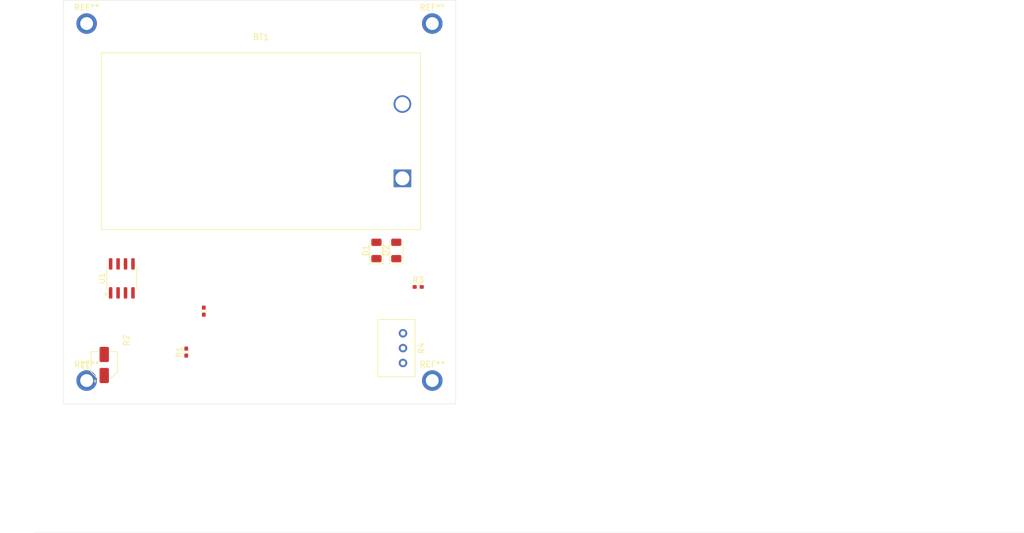
<source format=kicad_pcb>
(kicad_pcb (version 20241229) (generator "pcbnew") (generator_version "9.0")
  (layers (0 "F.Cu" signal) (2 "B.Cu" signal) (13 "F.Paste" user) (15 "B.Paste" user) (5 "F.SilkS" user "F.Silkscreen") (7 "B.SilkS" user "B.Silkscreen") (1 "F.Mask" user) (3 "B.Mask" user) (25 "Edge.Cuts" user))
  (net 0 "")
  (net 1 "Net-(BT1-+)")
  (net 2 "Net-(D1-A)")
  (net 3 "Net-(U1-DIS)")
  (net 4 "GND")
  (net 5 "Net-(D2-K)")
  (net 6 "Net-(D1-K)")
  (net 9 "Net-(BT1--)")
  (footprint "MountingHole:MountingHole_2.2mm_M2_ISO7380_Pad" (layer "F.Cu") (at 127 95)
    (property "Reference" "REF**" (at 0 -2.75 0) (layer "F.SilkS"))
    (property "Value" "MountingHole_2.2mm_M2_ISO7380_Pad")
    (pad "1" thru_hole circle (at 0 0) (size 3.5 3.5) (drill 2.2) (layers "*.Cu" "*.Mask"))
  )
  (footprint "MountingHole:MountingHole_2.2mm_M2_ISO7380_Pad" (layer "F.Cu") (at 68 95)
    (property "Reference" "REF**" (at 0 -2.75 0) (layer "F.SilkS"))
    (property "Value" "MountingHole_2.2mm_M2_ISO7380_Pad")
    (pad "1" thru_hole circle (at 0 0) (size 3.5 3.5) (drill 2.2) (layers "*.Cu" "*.Mask"))
  )
  (footprint "Capacitor_SMD:CP_Elec_4x4.5" (layer "F.Cu") (at 71 92.34 90)
    (property "Reference" "C1" (at 0 -3.2 90) (layer "F.SilkS"))
    (property "Value" "C")
    (fp_line (start 2.26 -2.26) (end 2.26 -1.06) (stroke (width 0.12)) (layer "F.SilkS"))
    (fp_line (start -1.195563 -2.26) (end 2.26 -2.26) (stroke (width 0.12)) (layer "F.SilkS"))
    (fp_line (start -2.75 -1.81) (end -2.75 -1.31) (stroke (width 0.12)) (layer "F.SilkS"))
    (fp_line (start -3 -1.56) (end -2.5 -1.56) (stroke (width 0.12)) (layer "F.SilkS"))
    (fp_line (start -2.26 -1.195563) (end -1.195563 -2.26) (stroke (width 0.12)) (layer "F.SilkS"))
    (fp_line (start -2.26 -1.195563) (end -2.26 -1.06) (stroke (width 0.12)) (layer "F.SilkS"))
    (fp_line (start -2.26 1.195563) (end -2.26 1.06) (stroke (width 0.12)) (layer "F.SilkS"))
    (fp_line (start -2.26 1.195563) (end -1.195563 2.26) (stroke (width 0.12)) (layer "F.SilkS"))
    (fp_line (start 2.26 2.26) (end 2.26 1.06) (stroke (width 0.12)) (layer "F.SilkS"))
    (fp_line (start -1.195563 2.26) (end 2.26 2.26) (stroke (width 0.12)) (layer "F.SilkS"))
    (pad "1" smd roundrect (at -1.8 0 90) (size 2.6 1.6) (layers "F.Cu" "F.Mask" "F.Paste") (roundrect_rratio 0.15625) (net 9 "Net-(BT1--)"))
    (pad "2" smd roundrect (at 1.8 0 90) (size 2.6 1.6) (layers "F.Cu" "F.Mask" "F.Paste") (roundrect_rratio 0.15625) (net 4 "GND"))
  )
  (footprint "MountingHole:MountingHole_2.2mm_M2_ISO7380_Pad" (layer "F.Cu") (at 127 34)
    (property "Reference" "REF**" (at 0 -2.75 0) (layer "F.SilkS"))
    (property "Value" "MountingHole_2.2mm_M2_ISO7380_Pad")
    (pad "1" thru_hole circle (at 0 0) (size 3.5 3.5) (drill 2.2) (layers "*.Cu" "*.Mask"))
  )
  (footprint "Resistor_SMD:R_0402_1005Metric_Pad0.72x0.64mm_HandSolder" (layer "F.Cu") (at 88 83.1375 90)
    (property "Reference" "R2" (at -5 -13.18 90) (layer "F.SilkS"))
    (property "Value" "R")
    (fp_line (start -0.167621 -0.38) (end 0.167621 -0.38) (stroke (width 0.12)) (layer "F.SilkS"))
    (fp_line (start -0.167621 0.38) (end 0.167621 0.38) (stroke (width 0.12)) (layer "F.SilkS"))
    (pad "1" smd roundrect (at -0.5975 0 90) (size 0.715 0.64) (layers "F.Cu" "F.Mask" "F.Paste") (net 1 "Net-(BT1-+)"))
    (pad "2" smd roundrect (at 0.5975 0 90) (size 0.715 0.64) (layers "F.Cu" "F.Mask" "F.Paste") (net 3 "Net-(U1-DIS)"))
  )
  (footprint "Resistor_SMD:R_0402_1005Metric_Pad0.72x0.64mm_HandSolder" (layer "F.Cu") (at 124.5975 79)
    (property "Reference" "R3" (at 0 -1.17 0) (layer "F.SilkS"))
    (property "Value" "R")
    (fp_line (start -0.167621 -0.38) (end 0.167621 -0.38) (stroke (width 0.12)) (layer "F.SilkS"))
    (fp_line (start -0.167621 0.38) (end 0.167621 0.38) (stroke (width 0.12)) (layer "F.SilkS"))
    (pad "1" smd roundrect (at -0.5975 0) (size 0.715 0.64) (layers "F.Cu" "F.Mask" "F.Paste") (net 5 "Net-(D2-K)"))
    (pad "2" smd roundrect (at 0.5975 0) (size 0.715 0.64) (layers "F.Cu" "F.Mask" "F.Paste") (net 4 "GND"))
  )
  (footprint "Battery:BatteryHolder_Eagle_12BH611-GR" (layer "F.Cu") (at 121.9 60.45)
    (property "Reference" "BT1" (at -24.13 -24.13 0) (layer "F.SilkS"))
    (property "Value" "Battery")
    (fp_line (start -51.4 -21.45) (end 3.1 -21.45) (stroke (width 0.12)) (layer "F.SilkS"))
    (fp_line (start -51.4 8.75) (end -51.4 -21.45) (stroke (width 0.12)) (layer "F.SilkS"))
    (fp_line (start 3.1 -21.45) (end 3.1 8.75) (stroke (width 0.12)) (layer "F.SilkS"))
    (fp_line (start 3.1 8.75) (end -51.4 8.75) (stroke (width 0.12)) (layer "F.SilkS"))
    (pad "" np_thru_hole circle (at -38.9 -17.45) (size 2.6 2.6) (drill 2.6) (layers "*.Cu" "*.Mask"))
    (pad "" np_thru_hole circle (at -24.15 4.75) (size 2.6 2.6) (drill 2.6) (layers "*.Cu" "*.Mask"))
    (pad "" np_thru_hole circle (at -10.9 -17.45) (size 2.6 2.6) (drill 2.6) (layers "*.Cu" "*.Mask"))
    (pad "1" thru_hole rect (at 0 0) (size 3 3) (drill 2.4) (layers "*.Cu" "*.Mask") (net 1 "Net-(BT1-+)"))
    (pad "2" thru_hole circle (at 0 -12.7) (size 3 3) (drill 2.4) (layers "*.Cu" "*.Mask") (net 9 "Net-(BT1--)"))
  )
  (footprint "LED_SMD:LED_1206_3216Metric" (layer "F.Cu") (at 117.47 72.77 90)
    (property "Reference" "D1" (at 0 -1.82 90) (layer "F.SilkS"))
    (property "Value" "LED")
    (fp_line (start 1.6 -1.135) (end -2.285 -1.135) (stroke (width 0.12)) (layer "F.SilkS"))
    (fp_line (start -2.285 -1.135) (end -2.285 1.135) (stroke (width 0.12)) (layer "F.SilkS"))
    (fp_line (start -2.285 1.135) (end 1.6 1.135) (stroke (width 0.12)) (layer "F.SilkS"))
    (pad "1" smd roundrect (at -1.4 0 90) (size 1.25 1.75) (layers "F.Cu" "F.Mask" "F.Paste") (roundrect_rratio 0.2) (net 6 "Net-(D1-K)"))
    (pad "2" smd roundrect (at 1.4 0 90) (size 1.25 1.75) (layers "F.Cu" "F.Mask" "F.Paste") (roundrect_rratio 0.2) (net 2 "Net-(D1-A)"))
  )
  (footprint "MountingHole:MountingHole_2.2mm_M2_ISO7380_Pad" (layer "F.Cu") (at 68 34)
    (property "Reference" "REF**" (at 0 -2.75 0) (layer "F.SilkS"))
    (property "Value" "MountingHole_2.2mm_M2_ISO7380_Pad")
    (pad "1" thru_hole circle (at 0 0) (size 3.5 3.5) (drill 2.2) (layers "*.Cu" "*.Mask"))
  )
  (footprint "Package_SO:SOIC-8_3.9x4.9mm_P1.27mm" (layer "F.Cu") (at 74 77.54 90)
    (property "Reference" "U1" (at 0 -3.4 90) (layer "F.SilkS"))
    (property "Value" "NE555D")
    (fp_line (start 0 -2.56) (end 1.95 -2.56) (stroke (width 0.12)) (layer "F.SilkS"))
    (fp_line (start 0 -2.56) (end -1.95 -2.56) (stroke (width 0.12)) (layer "F.SilkS"))
    (fp_line (start 0 2.56) (end 1.95 2.56) (stroke (width 0.12)) (layer "F.SilkS"))
    (fp_line (start 0 2.56) (end -1.95 2.56) (stroke (width 0.12)) (layer "F.SilkS"))
    (fp_poly (pts (xy -2.7 -2.465) (xy -2.94 -2.795) (xy -2.46 -2.795) (xy -2.7 -2.465)) (stroke (width 0.12)) (fill yes) (layer "F.SilkS"))
    (pad "1" smd roundrect (at -2.475 -1.905 90) (size 1.95 0.6) (layers "F.Cu" "F.Mask" "F.Paste") (net 4 "GND"))
    (pad "2" smd roundrect (at -2.475 -0.635 90) (size 1.95 0.6) (layers "F.Cu" "F.Mask" "F.Paste"))
    (pad "3" smd roundrect (at -2.475 0.635 90) (size 1.95 0.6) (layers "F.Cu" "F.Mask" "F.Paste") (net 6 "Net-(D1-K)"))
    (pad "4" smd roundrect (at -2.475 1.905 90) (size 1.95 0.6) (layers "F.Cu" "F.Mask" "F.Paste") (net 1 "Net-(BT1-+)"))
    (pad "5" smd roundrect (at 2.475 1.905 90) (size 1.95 0.6) (layers "F.Cu" "F.Mask" "F.Paste"))
    (pad "6" smd roundrect (at 2.475 0.635 90) (size 1.95 0.6) (layers "F.Cu" "F.Mask" "F.Paste") (net 4 "GND"))
    (pad "7" smd roundrect (at 2.475 -0.635 90) (size 1.95 0.6) (layers "F.Cu" "F.Mask" "F.Paste") (net 3 "Net-(U1-DIS)"))
    (pad "8" smd roundrect (at 2.475 -1.905 90) (size 1.95 0.6) (layers "F.Cu" "F.Mask" "F.Paste") (net 1 "Net-(BT1-+)"))
  )
  (footprint "Potentiometer_THT:Potentiometer_Bourns_3299W_Vertical" (layer "F.Cu") (at 122 92 -90)
    (property "Reference" "R4" (at -2.54 -3.16 90) (layer "F.SilkS"))
    (property "Value" "R_Variable_US")
    (fp_line (start -7.425 4.31) (end 2.345 4.31) (stroke (width 0.12)) (layer "F.SilkS"))
    (fp_line (start -7.425 -2.03) (end -7.425 4.31) (stroke (width 0.12)) (layer "F.SilkS"))
    (fp_line (start -7.425 -2.03) (end 2.345 -2.03) (stroke (width 0.12)) (layer "F.SilkS"))
    (fp_line (start 2.345 -2.03) (end 2.345 4.31) (stroke (width 0.12)) (layer "F.SilkS"))
    (pad "1" thru_hole circle (at 0 0 270) (size 1.44 1.44) (drill 0.8) (layers "*.Cu" "*.Mask") (net 3 "Net-(U1-DIS)"))
    (pad "2" thru_hole circle (at -2.54 0 270) (size 1.44 1.44) (drill 0.8) (layers "*.Cu" "*.Mask") (net 4 "GND"))
    (pad "3" thru_hole circle (at -5.08 0 270) (size 1.44 1.44) (drill 0.8) (layers "*.Cu" "*.Mask"))
  )
  (footprint "LED_SMD:LED_1206_3216Metric" (layer "F.Cu") (at 120.86 72.77 90)
    (property "Reference" "D2" (at 0 -1.82 90) (layer "F.SilkS"))
    (property "Value" "LED")
    (fp_line (start 1.6 -1.135) (end -2.285 -1.135) (stroke (width 0.12)) (layer "F.SilkS"))
    (fp_line (start -2.285 -1.135) (end -2.285 1.135) (stroke (width 0.12)) (layer "F.SilkS"))
    (fp_line (start -2.285 1.135) (end 1.6 1.135) (stroke (width 0.12)) (layer "F.SilkS"))
    (pad "1" smd roundrect (at -1.4 0 90) (size 1.25 1.75) (layers "F.Cu" "F.Mask" "F.Paste") (roundrect_rratio 0.2) (net 5 "Net-(D2-K)"))
    (pad "2" smd roundrect (at 1.4 0 90) (size 1.25 1.75) (layers "F.Cu" "F.Mask" "F.Paste") (roundrect_rratio 0.2) (net 6 "Net-(D1-K)"))
  )
  (footprint "Resistor_SMD:R_0402_1005Metric_Pad0.72x0.64mm_HandSolder" (layer "F.Cu") (at 85 90.1375 90)
    (property "Reference" "R1" (at 0 -1.17 90) (layer "F.SilkS"))
    (property "Value" "R")
    (fp_line (start -0.167621 -0.38) (end 0.167621 -0.38) (stroke (width 0.12)) (layer "F.SilkS"))
    (fp_line (start -0.167621 0.38) (end 0.167621 0.38) (stroke (width 0.12)) (layer "F.SilkS"))
    (pad "1" smd roundrect (at -0.5975 0 90) (size 0.715 0.64) (layers "F.Cu" "F.Mask" "F.Paste") (net 1 "Net-(BT1-+)"))
    (pad "2" smd roundrect (at 0.5975 0 90) (size 0.715 0.64) (layers "F.Cu" "F.Mask" "F.Paste") (net 2 "Net-(D1-A)"))
  )
  (gr_line (start 64 30) (end 64 99) (stroke (width 0.05)) (layer "Edge.Cuts"))
  (gr_line (start 131 99) (end 131 30) (stroke (width 0.05)) (layer "Edge.Cuts"))
  (gr_line (start 59 121) (end 228 121) (stroke (width 0.05)) (layer "Edge.Cuts"))
  (gr_line (start 131 30) (end 64 30) (stroke (width 0.05)) (layer "Edge.Cuts"))
  (gr_line (start 64 99) (end 131 99) (stroke (width 0.05)) (layer "Edge.Cuts"))
)
</source>
